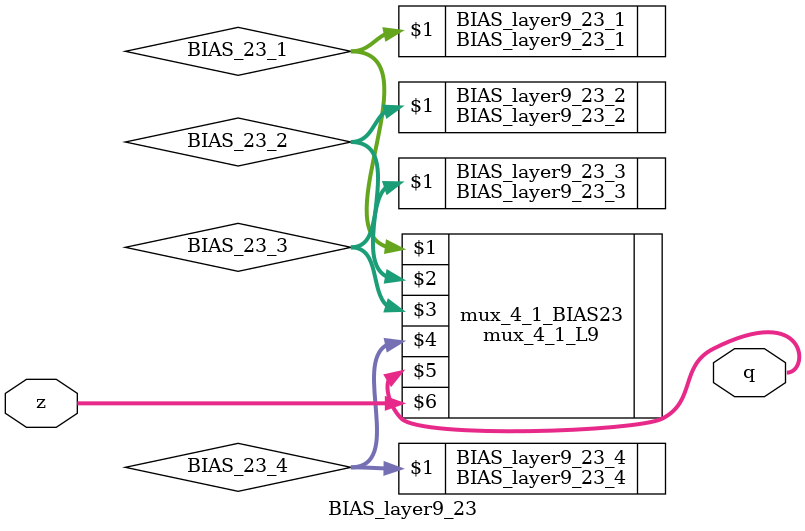
<source format=v>
module BIAS_layer9_23 #(parameter N_adder_tree=16)(q,z);
input  wire	[2:0]				  z;
output wire [N_adder_tree*18-1:0] q;


wire [N_adder_tree*18-1:0] BIAS_23_1;
wire [N_adder_tree*18-1:0] BIAS_23_2;
wire [N_adder_tree*18-1:0] BIAS_23_3;
wire [N_adder_tree*18-1:0] BIAS_23_4;


mux_4_1_L9 #(N_adder_tree) mux_4_1_BIAS23 (BIAS_23_1,BIAS_23_2,BIAS_23_3,BIAS_23_4,q,z);

BIAS_layer9_23_1 #(N_adder_tree) BIAS_layer9_23_1 (BIAS_23_1);
BIAS_layer9_23_2 #(N_adder_tree) BIAS_layer9_23_2 (BIAS_23_2);
BIAS_layer9_23_3 #(N_adder_tree) BIAS_layer9_23_3 (BIAS_23_3);
BIAS_layer9_23_4 #(N_adder_tree) BIAS_layer9_23_4 (BIAS_23_4);


endmodule
</source>
